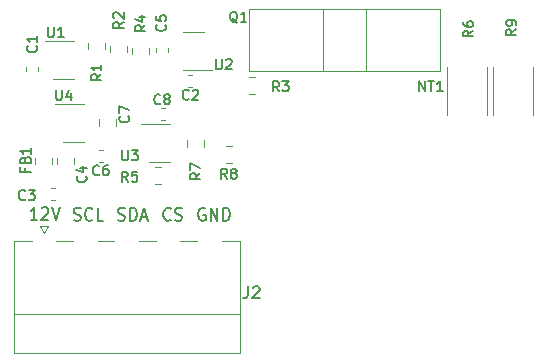
<source format=gto>
G04 #@! TF.GenerationSoftware,KiCad,Pcbnew,(5.1.2)-2*
G04 #@! TF.CreationDate,2021-03-22T02:30:38-04:00*
G04 #@! TF.ProjectId,Repowered_Electronic_Load_Module,5265706f-7765-4726-9564-5f456c656374,rev?*
G04 #@! TF.SameCoordinates,Original*
G04 #@! TF.FileFunction,Legend,Top*
G04 #@! TF.FilePolarity,Positive*
%FSLAX46Y46*%
G04 Gerber Fmt 4.6, Leading zero omitted, Abs format (unit mm)*
G04 Created by KiCad (PCBNEW (5.1.2)-2) date 2021-03-22 02:30:38*
%MOMM*%
%LPD*%
G04 APERTURE LIST*
%ADD10C,0.150000*%
%ADD11C,0.120000*%
G04 APERTURE END LIST*
D10*
X108138095Y-66950000D02*
X108042857Y-66897619D01*
X107900000Y-66897619D01*
X107757142Y-66950000D01*
X107661904Y-67054761D01*
X107614285Y-67159523D01*
X107566666Y-67369047D01*
X107566666Y-67526190D01*
X107614285Y-67735714D01*
X107661904Y-67840476D01*
X107757142Y-67945238D01*
X107900000Y-67997619D01*
X107995238Y-67997619D01*
X108138095Y-67945238D01*
X108185714Y-67892857D01*
X108185714Y-67526190D01*
X107995238Y-67526190D01*
X108614285Y-67997619D02*
X108614285Y-66897619D01*
X109185714Y-67997619D01*
X109185714Y-66897619D01*
X109661904Y-67997619D02*
X109661904Y-66897619D01*
X109900000Y-66897619D01*
X110042857Y-66950000D01*
X110138095Y-67054761D01*
X110185714Y-67159523D01*
X110233333Y-67369047D01*
X110233333Y-67526190D01*
X110185714Y-67735714D01*
X110138095Y-67840476D01*
X110042857Y-67945238D01*
X109900000Y-67997619D01*
X109661904Y-67997619D01*
X105233333Y-67892857D02*
X105185714Y-67945238D01*
X105042857Y-67997619D01*
X104947619Y-67997619D01*
X104804761Y-67945238D01*
X104709523Y-67840476D01*
X104661904Y-67735714D01*
X104614285Y-67526190D01*
X104614285Y-67369047D01*
X104661904Y-67159523D01*
X104709523Y-67054761D01*
X104804761Y-66950000D01*
X104947619Y-66897619D01*
X105042857Y-66897619D01*
X105185714Y-66950000D01*
X105233333Y-67002380D01*
X105614285Y-67945238D02*
X105757142Y-67997619D01*
X105995238Y-67997619D01*
X106090476Y-67945238D01*
X106138095Y-67892857D01*
X106185714Y-67788095D01*
X106185714Y-67683333D01*
X106138095Y-67578571D01*
X106090476Y-67526190D01*
X105995238Y-67473809D01*
X105804761Y-67421428D01*
X105709523Y-67369047D01*
X105661904Y-67316666D01*
X105614285Y-67211904D01*
X105614285Y-67107142D01*
X105661904Y-67002380D01*
X105709523Y-66950000D01*
X105804761Y-66897619D01*
X106042857Y-66897619D01*
X106185714Y-66950000D01*
X100785714Y-67945238D02*
X100928571Y-67997619D01*
X101166666Y-67997619D01*
X101261904Y-67945238D01*
X101309523Y-67892857D01*
X101357142Y-67788095D01*
X101357142Y-67683333D01*
X101309523Y-67578571D01*
X101261904Y-67526190D01*
X101166666Y-67473809D01*
X100976190Y-67421428D01*
X100880952Y-67369047D01*
X100833333Y-67316666D01*
X100785714Y-67211904D01*
X100785714Y-67107142D01*
X100833333Y-67002380D01*
X100880952Y-66950000D01*
X100976190Y-66897619D01*
X101214285Y-66897619D01*
X101357142Y-66950000D01*
X101785714Y-67997619D02*
X101785714Y-66897619D01*
X102023809Y-66897619D01*
X102166666Y-66950000D01*
X102261904Y-67054761D01*
X102309523Y-67159523D01*
X102357142Y-67369047D01*
X102357142Y-67526190D01*
X102309523Y-67735714D01*
X102261904Y-67840476D01*
X102166666Y-67945238D01*
X102023809Y-67997619D01*
X101785714Y-67997619D01*
X102738095Y-67683333D02*
X103214285Y-67683333D01*
X102642857Y-67997619D02*
X102976190Y-66897619D01*
X103309523Y-67997619D01*
X97037141Y-67945238D02*
X97179998Y-67997619D01*
X97418094Y-67997619D01*
X97513332Y-67945238D01*
X97560951Y-67892857D01*
X97608570Y-67788095D01*
X97608570Y-67683333D01*
X97560951Y-67578571D01*
X97513332Y-67526190D01*
X97418094Y-67473809D01*
X97227618Y-67421428D01*
X97132379Y-67369047D01*
X97084760Y-67316666D01*
X97037141Y-67211904D01*
X97037141Y-67107142D01*
X97084760Y-67002380D01*
X97132379Y-66950000D01*
X97227618Y-66897619D01*
X97465713Y-66897619D01*
X97608570Y-66950000D01*
X98608570Y-67892857D02*
X98560951Y-67945238D01*
X98418094Y-67997619D01*
X98322856Y-67997619D01*
X98179998Y-67945238D01*
X98084760Y-67840476D01*
X98037141Y-67735714D01*
X97989522Y-67526190D01*
X97989522Y-67369047D01*
X98037141Y-67159523D01*
X98084760Y-67054761D01*
X98179998Y-66950000D01*
X98322856Y-66897619D01*
X98418094Y-66897619D01*
X98560951Y-66950000D01*
X98608570Y-67002380D01*
X99513332Y-67997619D02*
X99037141Y-67997619D01*
X99037141Y-66897619D01*
X93930952Y-67947619D02*
X93359523Y-67947619D01*
X93645238Y-67947619D02*
X93645238Y-66847619D01*
X93550000Y-67004761D01*
X93454761Y-67109523D01*
X93359523Y-67161904D01*
X94311904Y-66952380D02*
X94359523Y-66900000D01*
X94454761Y-66847619D01*
X94692857Y-66847619D01*
X94788095Y-66900000D01*
X94835714Y-66952380D01*
X94883333Y-67057142D01*
X94883333Y-67161904D01*
X94835714Y-67319047D01*
X94264285Y-67947619D01*
X94883333Y-67947619D01*
X95169047Y-66847619D02*
X95502380Y-67947619D01*
X95835714Y-66847619D01*
D11*
X97875000Y-58090000D02*
X95425000Y-58090000D01*
X96075000Y-61310000D02*
X97875000Y-61310000D01*
X94200000Y-68450000D02*
X94800000Y-68450000D01*
X94500000Y-69050000D02*
X94200000Y-68450000D01*
X94800000Y-68450000D02*
X94500000Y-69050000D01*
X91940000Y-75850000D02*
X111060000Y-75850000D01*
X106050000Y-69740000D02*
X107450000Y-69740000D01*
X102550000Y-69740000D02*
X103950000Y-69740000D01*
X99050000Y-69740000D02*
X100450000Y-69740000D01*
X95550000Y-69740000D02*
X96950000Y-69740000D01*
X111060000Y-69740000D02*
X109550000Y-69740000D01*
X91940000Y-69740000D02*
X93450000Y-69740000D01*
X111060000Y-79160000D02*
X111060000Y-69740000D01*
X91940000Y-79160000D02*
X111060000Y-79160000D01*
X91940000Y-69740000D02*
X91940000Y-79160000D01*
X99165000Y-59416422D02*
X99165000Y-59933578D01*
X100585000Y-59416422D02*
X100585000Y-59933578D01*
X99512779Y-62040000D02*
X99187221Y-62040000D01*
X99512779Y-63060000D02*
X99187221Y-63060000D01*
X132490000Y-54947936D02*
X132490000Y-59052064D01*
X135910000Y-54947936D02*
X135910000Y-59052064D01*
X105200000Y-59840000D02*
X102750000Y-59840000D01*
X103400000Y-63060000D02*
X105200000Y-63060000D01*
X106250000Y-55260000D02*
X108700000Y-55260000D01*
X108050000Y-52040000D02*
X106250000Y-52040000D01*
X97025000Y-52740000D02*
X94575000Y-52740000D01*
X95225000Y-55960000D02*
X97025000Y-55960000D01*
X110408578Y-61690000D02*
X109891422Y-61690000D01*
X110408578Y-63110000D02*
X109891422Y-63110000D01*
X108060000Y-61708578D02*
X108060000Y-61191422D01*
X106640000Y-61708578D02*
X106640000Y-61191422D01*
X128590000Y-54947936D02*
X128590000Y-59052064D01*
X132010000Y-54947936D02*
X132010000Y-59052064D01*
X104408578Y-63440000D02*
X103891422Y-63440000D01*
X104408578Y-64860000D02*
X103891422Y-64860000D01*
X101990000Y-53391422D02*
X101990000Y-53908578D01*
X103410000Y-53391422D02*
X103410000Y-53908578D01*
X112358578Y-55840000D02*
X111841422Y-55840000D01*
X112358578Y-57260000D02*
X111841422Y-57260000D01*
X100090000Y-53216422D02*
X100090000Y-53733578D01*
X101510000Y-53216422D02*
X101510000Y-53733578D01*
X98265000Y-52966422D02*
X98265000Y-53483578D01*
X99685000Y-52966422D02*
X99685000Y-53483578D01*
X121755000Y-50049000D02*
X121755000Y-55320000D01*
X118146000Y-50049000D02*
X118146000Y-55320000D01*
X128020000Y-50049000D02*
X128020000Y-55320000D01*
X111880000Y-50049000D02*
X111880000Y-55320000D01*
X111880000Y-55320000D02*
X128020000Y-55320000D01*
X111880000Y-50049000D02*
X128020000Y-50049000D01*
X93765000Y-62691422D02*
X93765000Y-63208578D01*
X95185000Y-62691422D02*
X95185000Y-63208578D01*
X104762779Y-58440000D02*
X104437221Y-58440000D01*
X104762779Y-59460000D02*
X104437221Y-59460000D01*
X103990000Y-53337221D02*
X103990000Y-53662779D01*
X105010000Y-53337221D02*
X105010000Y-53662779D01*
X95615000Y-62691422D02*
X95615000Y-63208578D01*
X97035000Y-62691422D02*
X97035000Y-63208578D01*
X95087221Y-66260000D02*
X95412779Y-66260000D01*
X95087221Y-65240000D02*
X95412779Y-65240000D01*
X106687221Y-56660000D02*
X107012779Y-56660000D01*
X106687221Y-55640000D02*
X107012779Y-55640000D01*
X92965000Y-54987221D02*
X92965000Y-55312779D01*
X93985000Y-54987221D02*
X93985000Y-55312779D01*
D10*
X95527380Y-56934523D02*
X95527380Y-57622619D01*
X95567857Y-57703571D01*
X95608333Y-57744047D01*
X95689285Y-57784523D01*
X95851190Y-57784523D01*
X95932142Y-57744047D01*
X95972619Y-57703571D01*
X96013095Y-57622619D01*
X96013095Y-56934523D01*
X96782142Y-57217857D02*
X96782142Y-57784523D01*
X96579761Y-56894047D02*
X96377380Y-57501190D01*
X96903571Y-57501190D01*
X111766666Y-73552380D02*
X111766666Y-74266666D01*
X111719047Y-74409523D01*
X111623809Y-74504761D01*
X111480952Y-74552380D01*
X111385714Y-74552380D01*
X112195238Y-73647619D02*
X112242857Y-73600000D01*
X112338095Y-73552380D01*
X112576190Y-73552380D01*
X112671428Y-73600000D01*
X112719047Y-73647619D01*
X112766666Y-73742857D01*
X112766666Y-73838095D01*
X112719047Y-73980952D01*
X112147619Y-74552380D01*
X112766666Y-74552380D01*
X101628571Y-59141666D02*
X101669047Y-59182142D01*
X101709523Y-59303571D01*
X101709523Y-59384523D01*
X101669047Y-59505952D01*
X101588095Y-59586904D01*
X101507142Y-59627380D01*
X101345238Y-59667857D01*
X101223809Y-59667857D01*
X101061904Y-59627380D01*
X100980952Y-59586904D01*
X100900000Y-59505952D01*
X100859523Y-59384523D01*
X100859523Y-59303571D01*
X100900000Y-59182142D01*
X100940476Y-59141666D01*
X100859523Y-58858333D02*
X100859523Y-58291666D01*
X101709523Y-58655952D01*
X99158333Y-64053571D02*
X99117857Y-64094047D01*
X98996428Y-64134523D01*
X98915476Y-64134523D01*
X98794047Y-64094047D01*
X98713095Y-64013095D01*
X98672619Y-63932142D01*
X98632142Y-63770238D01*
X98632142Y-63648809D01*
X98672619Y-63486904D01*
X98713095Y-63405952D01*
X98794047Y-63325000D01*
X98915476Y-63284523D01*
X98996428Y-63284523D01*
X99117857Y-63325000D01*
X99158333Y-63365476D01*
X99886904Y-63284523D02*
X99725000Y-63284523D01*
X99644047Y-63325000D01*
X99603571Y-63365476D01*
X99522619Y-63486904D01*
X99482142Y-63648809D01*
X99482142Y-63972619D01*
X99522619Y-64053571D01*
X99563095Y-64094047D01*
X99644047Y-64134523D01*
X99805952Y-64134523D01*
X99886904Y-64094047D01*
X99927380Y-64053571D01*
X99967857Y-63972619D01*
X99967857Y-63770238D01*
X99927380Y-63689285D01*
X99886904Y-63648809D01*
X99805952Y-63608333D01*
X99644047Y-63608333D01*
X99563095Y-63648809D01*
X99522619Y-63689285D01*
X99482142Y-63770238D01*
X134484523Y-51791666D02*
X134079761Y-52075000D01*
X134484523Y-52277380D02*
X133634523Y-52277380D01*
X133634523Y-51953571D01*
X133675000Y-51872619D01*
X133715476Y-51832142D01*
X133796428Y-51791666D01*
X133917857Y-51791666D01*
X133998809Y-51832142D01*
X134039285Y-51872619D01*
X134079761Y-51953571D01*
X134079761Y-52277380D01*
X134484523Y-51386904D02*
X134484523Y-51225000D01*
X134444047Y-51144047D01*
X134403571Y-51103571D01*
X134282142Y-51022619D01*
X134120238Y-50982142D01*
X133796428Y-50982142D01*
X133715476Y-51022619D01*
X133675000Y-51063095D01*
X133634523Y-51144047D01*
X133634523Y-51305952D01*
X133675000Y-51386904D01*
X133715476Y-51427380D01*
X133796428Y-51467857D01*
X133998809Y-51467857D01*
X134079761Y-51427380D01*
X134120238Y-51386904D01*
X134160714Y-51305952D01*
X134160714Y-51144047D01*
X134120238Y-51063095D01*
X134079761Y-51022619D01*
X133998809Y-50982142D01*
X101102380Y-62034523D02*
X101102380Y-62722619D01*
X101142857Y-62803571D01*
X101183333Y-62844047D01*
X101264285Y-62884523D01*
X101426190Y-62884523D01*
X101507142Y-62844047D01*
X101547619Y-62803571D01*
X101588095Y-62722619D01*
X101588095Y-62034523D01*
X101911904Y-62034523D02*
X102438095Y-62034523D01*
X102154761Y-62358333D01*
X102276190Y-62358333D01*
X102357142Y-62398809D01*
X102397619Y-62439285D01*
X102438095Y-62520238D01*
X102438095Y-62722619D01*
X102397619Y-62803571D01*
X102357142Y-62844047D01*
X102276190Y-62884523D01*
X102033333Y-62884523D01*
X101952380Y-62844047D01*
X101911904Y-62803571D01*
X109052380Y-54334523D02*
X109052380Y-55022619D01*
X109092857Y-55103571D01*
X109133333Y-55144047D01*
X109214285Y-55184523D01*
X109376190Y-55184523D01*
X109457142Y-55144047D01*
X109497619Y-55103571D01*
X109538095Y-55022619D01*
X109538095Y-54334523D01*
X109902380Y-54415476D02*
X109942857Y-54375000D01*
X110023809Y-54334523D01*
X110226190Y-54334523D01*
X110307142Y-54375000D01*
X110347619Y-54415476D01*
X110388095Y-54496428D01*
X110388095Y-54577380D01*
X110347619Y-54698809D01*
X109861904Y-55184523D01*
X110388095Y-55184523D01*
X94827380Y-51584523D02*
X94827380Y-52272619D01*
X94867857Y-52353571D01*
X94908333Y-52394047D01*
X94989285Y-52434523D01*
X95151190Y-52434523D01*
X95232142Y-52394047D01*
X95272619Y-52353571D01*
X95313095Y-52272619D01*
X95313095Y-51584523D01*
X96163095Y-52434523D02*
X95677380Y-52434523D01*
X95920238Y-52434523D02*
X95920238Y-51584523D01*
X95839285Y-51705952D01*
X95758333Y-51786904D01*
X95677380Y-51827380D01*
X110008333Y-64434523D02*
X109725000Y-64029761D01*
X109522619Y-64434523D02*
X109522619Y-63584523D01*
X109846428Y-63584523D01*
X109927380Y-63625000D01*
X109967857Y-63665476D01*
X110008333Y-63746428D01*
X110008333Y-63867857D01*
X109967857Y-63948809D01*
X109927380Y-63989285D01*
X109846428Y-64029761D01*
X109522619Y-64029761D01*
X110494047Y-63948809D02*
X110413095Y-63908333D01*
X110372619Y-63867857D01*
X110332142Y-63786904D01*
X110332142Y-63746428D01*
X110372619Y-63665476D01*
X110413095Y-63625000D01*
X110494047Y-63584523D01*
X110655952Y-63584523D01*
X110736904Y-63625000D01*
X110777380Y-63665476D01*
X110817857Y-63746428D01*
X110817857Y-63786904D01*
X110777380Y-63867857D01*
X110736904Y-63908333D01*
X110655952Y-63948809D01*
X110494047Y-63948809D01*
X110413095Y-63989285D01*
X110372619Y-64029761D01*
X110332142Y-64110714D01*
X110332142Y-64272619D01*
X110372619Y-64353571D01*
X110413095Y-64394047D01*
X110494047Y-64434523D01*
X110655952Y-64434523D01*
X110736904Y-64394047D01*
X110777380Y-64353571D01*
X110817857Y-64272619D01*
X110817857Y-64110714D01*
X110777380Y-64029761D01*
X110736904Y-63989285D01*
X110655952Y-63948809D01*
X107734523Y-63991666D02*
X107329761Y-64275000D01*
X107734523Y-64477380D02*
X106884523Y-64477380D01*
X106884523Y-64153571D01*
X106925000Y-64072619D01*
X106965476Y-64032142D01*
X107046428Y-63991666D01*
X107167857Y-63991666D01*
X107248809Y-64032142D01*
X107289285Y-64072619D01*
X107329761Y-64153571D01*
X107329761Y-64477380D01*
X106884523Y-63708333D02*
X106884523Y-63141666D01*
X107734523Y-63505952D01*
X130834523Y-51891666D02*
X130429761Y-52175000D01*
X130834523Y-52377380D02*
X129984523Y-52377380D01*
X129984523Y-52053571D01*
X130025000Y-51972619D01*
X130065476Y-51932142D01*
X130146428Y-51891666D01*
X130267857Y-51891666D01*
X130348809Y-51932142D01*
X130389285Y-51972619D01*
X130429761Y-52053571D01*
X130429761Y-52377380D01*
X129984523Y-51163095D02*
X129984523Y-51325000D01*
X130025000Y-51405952D01*
X130065476Y-51446428D01*
X130186904Y-51527380D01*
X130348809Y-51567857D01*
X130672619Y-51567857D01*
X130753571Y-51527380D01*
X130794047Y-51486904D01*
X130834523Y-51405952D01*
X130834523Y-51244047D01*
X130794047Y-51163095D01*
X130753571Y-51122619D01*
X130672619Y-51082142D01*
X130470238Y-51082142D01*
X130389285Y-51122619D01*
X130348809Y-51163095D01*
X130308333Y-51244047D01*
X130308333Y-51405952D01*
X130348809Y-51486904D01*
X130389285Y-51527380D01*
X130470238Y-51567857D01*
X101608333Y-64684523D02*
X101325000Y-64279761D01*
X101122619Y-64684523D02*
X101122619Y-63834523D01*
X101446428Y-63834523D01*
X101527380Y-63875000D01*
X101567857Y-63915476D01*
X101608333Y-63996428D01*
X101608333Y-64117857D01*
X101567857Y-64198809D01*
X101527380Y-64239285D01*
X101446428Y-64279761D01*
X101122619Y-64279761D01*
X102377380Y-63834523D02*
X101972619Y-63834523D01*
X101932142Y-64239285D01*
X101972619Y-64198809D01*
X102053571Y-64158333D01*
X102255952Y-64158333D01*
X102336904Y-64198809D01*
X102377380Y-64239285D01*
X102417857Y-64320238D01*
X102417857Y-64522619D01*
X102377380Y-64603571D01*
X102336904Y-64644047D01*
X102255952Y-64684523D01*
X102053571Y-64684523D01*
X101972619Y-64644047D01*
X101932142Y-64603571D01*
X103084523Y-51454166D02*
X102679761Y-51737500D01*
X103084523Y-51939880D02*
X102234523Y-51939880D01*
X102234523Y-51616071D01*
X102275000Y-51535119D01*
X102315476Y-51494642D01*
X102396428Y-51454166D01*
X102517857Y-51454166D01*
X102598809Y-51494642D01*
X102639285Y-51535119D01*
X102679761Y-51616071D01*
X102679761Y-51939880D01*
X102517857Y-50725595D02*
X103084523Y-50725595D01*
X102194047Y-50927976D02*
X102801190Y-51130357D01*
X102801190Y-50604166D01*
X114408333Y-57034523D02*
X114125000Y-56629761D01*
X113922619Y-57034523D02*
X113922619Y-56184523D01*
X114246428Y-56184523D01*
X114327380Y-56225000D01*
X114367857Y-56265476D01*
X114408333Y-56346428D01*
X114408333Y-56467857D01*
X114367857Y-56548809D01*
X114327380Y-56589285D01*
X114246428Y-56629761D01*
X113922619Y-56629761D01*
X114691666Y-56184523D02*
X115217857Y-56184523D01*
X114934523Y-56508333D01*
X115055952Y-56508333D01*
X115136904Y-56548809D01*
X115177380Y-56589285D01*
X115217857Y-56670238D01*
X115217857Y-56872619D01*
X115177380Y-56953571D01*
X115136904Y-56994047D01*
X115055952Y-57034523D01*
X114813095Y-57034523D01*
X114732142Y-56994047D01*
X114691666Y-56953571D01*
X101234523Y-51166666D02*
X100829761Y-51450000D01*
X101234523Y-51652380D02*
X100384523Y-51652380D01*
X100384523Y-51328571D01*
X100425000Y-51247619D01*
X100465476Y-51207142D01*
X100546428Y-51166666D01*
X100667857Y-51166666D01*
X100748809Y-51207142D01*
X100789285Y-51247619D01*
X100829761Y-51328571D01*
X100829761Y-51652380D01*
X100465476Y-50842857D02*
X100425000Y-50802380D01*
X100384523Y-50721428D01*
X100384523Y-50519047D01*
X100425000Y-50438095D01*
X100465476Y-50397619D01*
X100546428Y-50357142D01*
X100627380Y-50357142D01*
X100748809Y-50397619D01*
X101234523Y-50883333D01*
X101234523Y-50357142D01*
X99359523Y-55591666D02*
X98954761Y-55875000D01*
X99359523Y-56077380D02*
X98509523Y-56077380D01*
X98509523Y-55753571D01*
X98550000Y-55672619D01*
X98590476Y-55632142D01*
X98671428Y-55591666D01*
X98792857Y-55591666D01*
X98873809Y-55632142D01*
X98914285Y-55672619D01*
X98954761Y-55753571D01*
X98954761Y-56077380D01*
X99359523Y-54782142D02*
X99359523Y-55267857D01*
X99359523Y-55025000D02*
X98509523Y-55025000D01*
X98630952Y-55105952D01*
X98711904Y-55186904D01*
X98752380Y-55267857D01*
X110869047Y-51215476D02*
X110788095Y-51175000D01*
X110707142Y-51094047D01*
X110585714Y-50972619D01*
X110504761Y-50932142D01*
X110423809Y-50932142D01*
X110464285Y-51134523D02*
X110383333Y-51094047D01*
X110302380Y-51013095D01*
X110261904Y-50851190D01*
X110261904Y-50567857D01*
X110302380Y-50405952D01*
X110383333Y-50325000D01*
X110464285Y-50284523D01*
X110626190Y-50284523D01*
X110707142Y-50325000D01*
X110788095Y-50405952D01*
X110828571Y-50567857D01*
X110828571Y-50851190D01*
X110788095Y-51013095D01*
X110707142Y-51094047D01*
X110626190Y-51134523D01*
X110464285Y-51134523D01*
X111638095Y-51134523D02*
X111152380Y-51134523D01*
X111395238Y-51134523D02*
X111395238Y-50284523D01*
X111314285Y-50405952D01*
X111233333Y-50486904D01*
X111152380Y-50527380D01*
X126278571Y-56984523D02*
X126278571Y-56134523D01*
X126764285Y-56984523D01*
X126764285Y-56134523D01*
X127047619Y-56134523D02*
X127533333Y-56134523D01*
X127290476Y-56984523D02*
X127290476Y-56134523D01*
X128261904Y-56984523D02*
X127776190Y-56984523D01*
X128019047Y-56984523D02*
X128019047Y-56134523D01*
X127938095Y-56255952D01*
X127857142Y-56336904D01*
X127776190Y-56377380D01*
X92914285Y-63558333D02*
X92914285Y-63841666D01*
X93359523Y-63841666D02*
X92509523Y-63841666D01*
X92509523Y-63436904D01*
X92914285Y-62829761D02*
X92954761Y-62708333D01*
X92995238Y-62667857D01*
X93076190Y-62627380D01*
X93197619Y-62627380D01*
X93278571Y-62667857D01*
X93319047Y-62708333D01*
X93359523Y-62789285D01*
X93359523Y-63113095D01*
X92509523Y-63113095D01*
X92509523Y-62829761D01*
X92550000Y-62748809D01*
X92590476Y-62708333D01*
X92671428Y-62667857D01*
X92752380Y-62667857D01*
X92833333Y-62708333D01*
X92873809Y-62748809D01*
X92914285Y-62829761D01*
X92914285Y-63113095D01*
X93359523Y-61817857D02*
X93359523Y-62303571D01*
X93359523Y-62060714D02*
X92509523Y-62060714D01*
X92630952Y-62141666D01*
X92711904Y-62222619D01*
X92752380Y-62303571D01*
X104358333Y-58053571D02*
X104317857Y-58094047D01*
X104196428Y-58134523D01*
X104115476Y-58134523D01*
X103994047Y-58094047D01*
X103913095Y-58013095D01*
X103872619Y-57932142D01*
X103832142Y-57770238D01*
X103832142Y-57648809D01*
X103872619Y-57486904D01*
X103913095Y-57405952D01*
X103994047Y-57325000D01*
X104115476Y-57284523D01*
X104196428Y-57284523D01*
X104317857Y-57325000D01*
X104358333Y-57365476D01*
X104844047Y-57648809D02*
X104763095Y-57608333D01*
X104722619Y-57567857D01*
X104682142Y-57486904D01*
X104682142Y-57446428D01*
X104722619Y-57365476D01*
X104763095Y-57325000D01*
X104844047Y-57284523D01*
X105005952Y-57284523D01*
X105086904Y-57325000D01*
X105127380Y-57365476D01*
X105167857Y-57446428D01*
X105167857Y-57486904D01*
X105127380Y-57567857D01*
X105086904Y-57608333D01*
X105005952Y-57648809D01*
X104844047Y-57648809D01*
X104763095Y-57689285D01*
X104722619Y-57729761D01*
X104682142Y-57810714D01*
X104682142Y-57972619D01*
X104722619Y-58053571D01*
X104763095Y-58094047D01*
X104844047Y-58134523D01*
X105005952Y-58134523D01*
X105086904Y-58094047D01*
X105127380Y-58053571D01*
X105167857Y-57972619D01*
X105167857Y-57810714D01*
X105127380Y-57729761D01*
X105086904Y-57689285D01*
X105005952Y-57648809D01*
X104753571Y-51391666D02*
X104794047Y-51432142D01*
X104834523Y-51553571D01*
X104834523Y-51634523D01*
X104794047Y-51755952D01*
X104713095Y-51836904D01*
X104632142Y-51877380D01*
X104470238Y-51917857D01*
X104348809Y-51917857D01*
X104186904Y-51877380D01*
X104105952Y-51836904D01*
X104025000Y-51755952D01*
X103984523Y-51634523D01*
X103984523Y-51553571D01*
X104025000Y-51432142D01*
X104065476Y-51391666D01*
X103984523Y-50622619D02*
X103984523Y-51027380D01*
X104389285Y-51067857D01*
X104348809Y-51027380D01*
X104308333Y-50946428D01*
X104308333Y-50744047D01*
X104348809Y-50663095D01*
X104389285Y-50622619D01*
X104470238Y-50582142D01*
X104672619Y-50582142D01*
X104753571Y-50622619D01*
X104794047Y-50663095D01*
X104834523Y-50744047D01*
X104834523Y-50946428D01*
X104794047Y-51027380D01*
X104753571Y-51067857D01*
X98028571Y-64216666D02*
X98069047Y-64257142D01*
X98109523Y-64378571D01*
X98109523Y-64459523D01*
X98069047Y-64580952D01*
X97988095Y-64661904D01*
X97907142Y-64702380D01*
X97745238Y-64742857D01*
X97623809Y-64742857D01*
X97461904Y-64702380D01*
X97380952Y-64661904D01*
X97300000Y-64580952D01*
X97259523Y-64459523D01*
X97259523Y-64378571D01*
X97300000Y-64257142D01*
X97340476Y-64216666D01*
X97542857Y-63488095D02*
X98109523Y-63488095D01*
X97219047Y-63690476D02*
X97826190Y-63892857D01*
X97826190Y-63366666D01*
X92908333Y-66153571D02*
X92867857Y-66194047D01*
X92746428Y-66234523D01*
X92665476Y-66234523D01*
X92544047Y-66194047D01*
X92463095Y-66113095D01*
X92422619Y-66032142D01*
X92382142Y-65870238D01*
X92382142Y-65748809D01*
X92422619Y-65586904D01*
X92463095Y-65505952D01*
X92544047Y-65425000D01*
X92665476Y-65384523D01*
X92746428Y-65384523D01*
X92867857Y-65425000D01*
X92908333Y-65465476D01*
X93191666Y-65384523D02*
X93717857Y-65384523D01*
X93434523Y-65708333D01*
X93555952Y-65708333D01*
X93636904Y-65748809D01*
X93677380Y-65789285D01*
X93717857Y-65870238D01*
X93717857Y-66072619D01*
X93677380Y-66153571D01*
X93636904Y-66194047D01*
X93555952Y-66234523D01*
X93313095Y-66234523D01*
X93232142Y-66194047D01*
X93191666Y-66153571D01*
X106758333Y-57653571D02*
X106717857Y-57694047D01*
X106596428Y-57734523D01*
X106515476Y-57734523D01*
X106394047Y-57694047D01*
X106313095Y-57613095D01*
X106272619Y-57532142D01*
X106232142Y-57370238D01*
X106232142Y-57248809D01*
X106272619Y-57086904D01*
X106313095Y-57005952D01*
X106394047Y-56925000D01*
X106515476Y-56884523D01*
X106596428Y-56884523D01*
X106717857Y-56925000D01*
X106758333Y-56965476D01*
X107082142Y-56965476D02*
X107122619Y-56925000D01*
X107203571Y-56884523D01*
X107405952Y-56884523D01*
X107486904Y-56925000D01*
X107527380Y-56965476D01*
X107567857Y-57046428D01*
X107567857Y-57127380D01*
X107527380Y-57248809D01*
X107041666Y-57734523D01*
X107567857Y-57734523D01*
X93828571Y-53191666D02*
X93869047Y-53232142D01*
X93909523Y-53353571D01*
X93909523Y-53434523D01*
X93869047Y-53555952D01*
X93788095Y-53636904D01*
X93707142Y-53677380D01*
X93545238Y-53717857D01*
X93423809Y-53717857D01*
X93261904Y-53677380D01*
X93180952Y-53636904D01*
X93100000Y-53555952D01*
X93059523Y-53434523D01*
X93059523Y-53353571D01*
X93100000Y-53232142D01*
X93140476Y-53191666D01*
X93909523Y-52382142D02*
X93909523Y-52867857D01*
X93909523Y-52625000D02*
X93059523Y-52625000D01*
X93180952Y-52705952D01*
X93261904Y-52786904D01*
X93302380Y-52867857D01*
M02*

</source>
